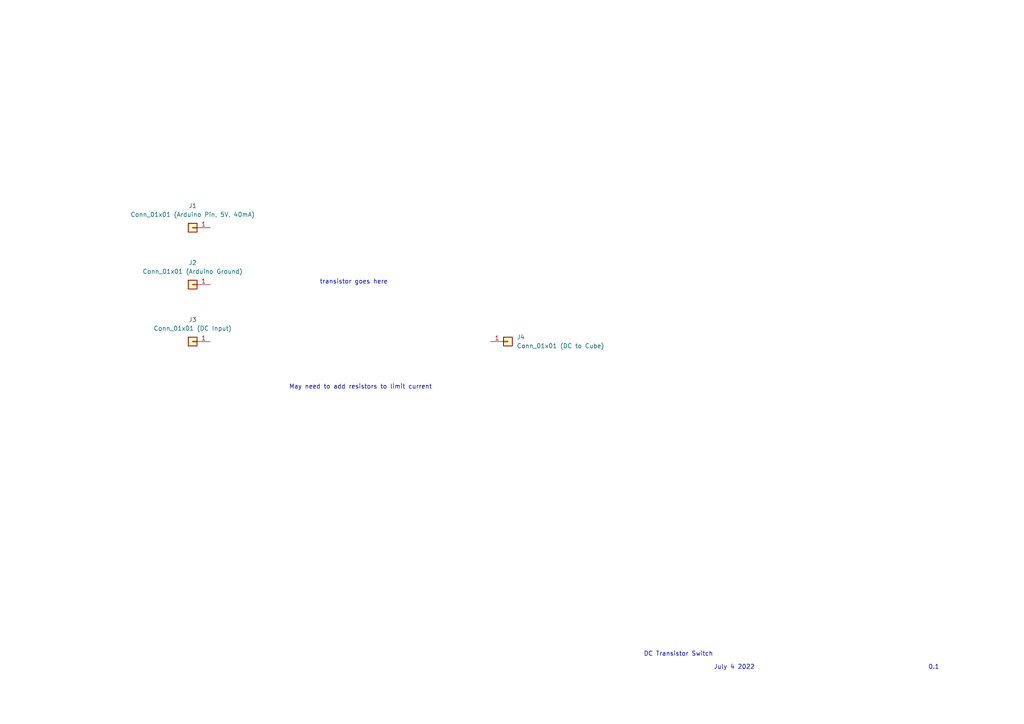
<source format=kicad_sch>
(kicad_sch (version 20211123) (generator eeschema)
  (paper "A4")
  (lib_symbols
    (symbol "Connector_Generic:Conn_01x01" (pin_names (offset 1.016) hide)
      (property "Reference" "J" (at 0 2.54 0))
      (property "Value" "Conn_01x01" (at 0 -2.54 0))
      (symbol "Conn_01x01_1_1"
        (rectangle (start -1.27 0.127) (end 0 -0.127) (stroke (width 0.1524)))
        (rectangle (start -1.27 1.27) (end 1.27 -1.27) (stroke (width 0.254)) (fill (type background)))
        (pin passive line (at -5.08 0 0) (length 3.81) (name "Pin_1") (number "1"))
      )
    )
  )
  (text "transistor goes here" (at 92.71 82.55 0) (effects (font (size 1.27 1.27)) (justify left bottom)))
  (text "May need to add resistors to limit current" (at 83.82 113.03 0) (effects (font (size 1.27 1.27)) (justify left bottom)))
  (text "DC Transistor Switch\n" (at 186.69 190.5 0) (effects (font (size 1.27 1.27)) (justify left bottom)))
  (text "0.1" (at 269.24 194.31 0) (effects (font (size 1.27 1.27)) (justify left bottom)))
  (text "July 4 2022\n" (at 207.01 194.31 0) (effects (font (size 1.27 1.27)) (justify left bottom)))
  (symbol (lib_id "Connector_Generic:Conn_01x01") (at 55.88 66.04 180) (unit 1)
    (property "Reference" "J1" (at 55.88 59.69 0))
    (property "Value" "Conn_01x01 (Arduino Pin, 5V, 40mA)" (at 55.88 62.23 0))
  )
  (symbol (lib_id "Connector_Generic:Conn_01x01") (at 55.88 99.06 180) (unit 1)
    (property "Reference" "J3" (at 55.88 92.71 0))
    (property "Value" "Conn_01x01 (DC Input)" (at 55.88 95.25 0))
  )
  (symbol (lib_id "Connector_Generic:Conn_01x01") (at 55.88 82.55 180) (unit 1)
    (property "Reference" "J2" (at 55.88 76.2 0))
    (property "Value" "Conn_01x01 (Arduino Ground)" (at 55.88 78.74 0))
  )
  (symbol (lib_id "Connector_Generic:Conn_01x01") (at 147.32 99.06 0) (unit 1)
    (property "Reference" "J4" (at 149.86 97.7899 0) (effects (justify left)))
    (property "Value" "Conn_01x01 (DC to Cube)" (at 149.86 100.3299 0) (effects (justify left)))
  )
)
</source>
